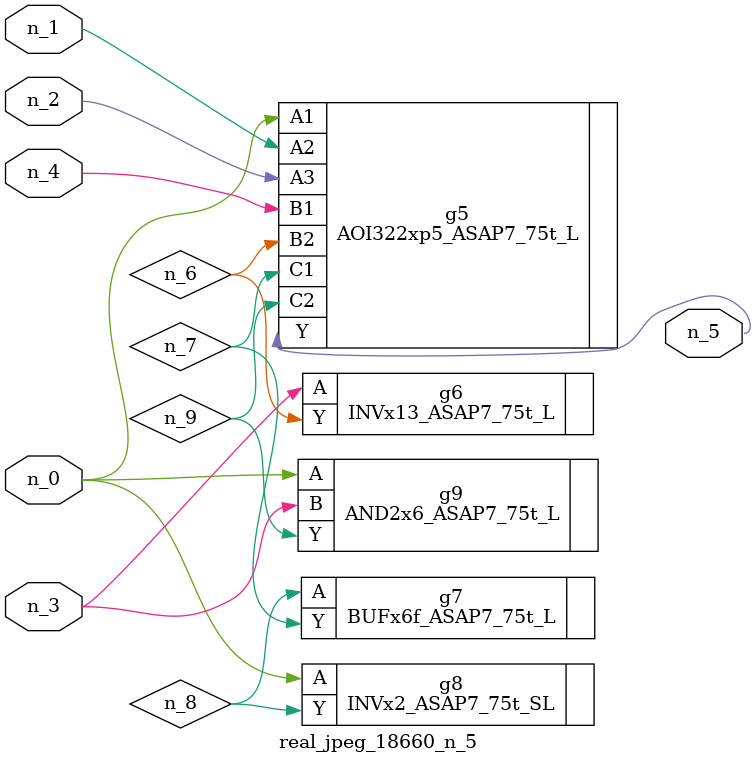
<source format=v>
module real_jpeg_18660_n_5 (n_4, n_0, n_1, n_2, n_3, n_5);

input n_4;
input n_0;
input n_1;
input n_2;
input n_3;

output n_5;

wire n_8;
wire n_6;
wire n_7;
wire n_9;

AOI322xp5_ASAP7_75t_L g5 ( 
.A1(n_0),
.A2(n_1),
.A3(n_2),
.B1(n_4),
.B2(n_6),
.C1(n_7),
.C2(n_9),
.Y(n_5)
);

INVx2_ASAP7_75t_SL g8 ( 
.A(n_0),
.Y(n_8)
);

AND2x6_ASAP7_75t_L g9 ( 
.A(n_0),
.B(n_3),
.Y(n_9)
);

INVx13_ASAP7_75t_L g6 ( 
.A(n_3),
.Y(n_6)
);

BUFx6f_ASAP7_75t_L g7 ( 
.A(n_8),
.Y(n_7)
);


endmodule
</source>
